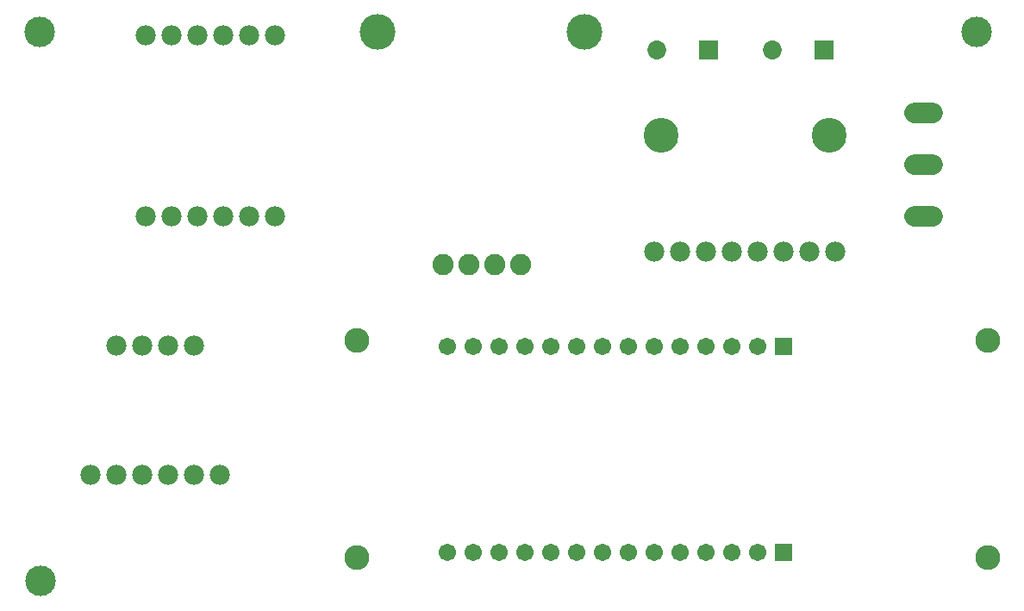
<source format=gbr>
G04 EAGLE Gerber RS-274X export*
G75*
%MOMM*%
%FSLAX34Y34*%
%LPD*%
%INSoldermask Top*%
%IPPOS*%
%AMOC8*
5,1,8,0,0,1.08239X$1,22.5*%
G01*
%ADD10C,2.082800*%
%ADD11C,1.981200*%
%ADD12C,2.453200*%
%ADD13R,1.711200X1.711200*%
%ADD14C,1.711200*%
%ADD15R,1.853200X1.853200*%
%ADD16C,1.853200*%
%ADD17C,1.993900*%
%ADD18C,3.003200*%
%ADD19C,3.419200*%
%ADD20C,3.505200*%


D10*
X660920Y401450D03*
X686320Y401450D03*
X711720Y401450D03*
X737120Y401450D03*
D11*
X369300Y626240D03*
X394700Y626240D03*
X420100Y626240D03*
X445500Y626240D03*
X470900Y626240D03*
X496300Y626240D03*
X369300Y448440D03*
X394700Y448440D03*
X420100Y448440D03*
X445500Y448440D03*
X470900Y448440D03*
X496300Y448440D03*
D12*
X1195930Y326540D03*
X1195930Y113140D03*
X576130Y113140D03*
X576130Y326540D03*
D13*
X995504Y321186D03*
D14*
X970104Y321186D03*
X944704Y321186D03*
X919304Y321186D03*
X893904Y321186D03*
X868504Y321186D03*
X843104Y321186D03*
X817704Y321186D03*
X792304Y321186D03*
X766904Y321186D03*
X741504Y321186D03*
X716104Y321186D03*
X690704Y321186D03*
X665304Y321186D03*
D13*
X995504Y118494D03*
D14*
X970104Y118494D03*
X944704Y118494D03*
X919304Y118494D03*
X893904Y118494D03*
X868504Y118494D03*
X843104Y118494D03*
X817704Y118494D03*
X792304Y118494D03*
X766904Y118494D03*
X741504Y118494D03*
X716104Y118494D03*
X690704Y118494D03*
X665304Y118494D03*
D15*
X922020Y612140D03*
D16*
X871220Y612140D03*
D17*
X1123887Y448310D02*
X1141794Y448310D01*
X1141794Y499110D02*
X1123887Y499110D01*
X1123887Y549910D02*
X1141794Y549910D01*
D15*
X1035050Y612140D03*
D16*
X984250Y612140D03*
D18*
X264960Y629760D03*
X1184890Y629840D03*
X265860Y90260D03*
D19*
X875030Y528000D03*
X1040130Y528000D03*
D11*
X868680Y413700D03*
X894080Y413700D03*
X919480Y413700D03*
X944880Y413700D03*
X970280Y413700D03*
X995680Y413700D03*
X1021080Y413700D03*
X1046480Y413700D03*
X314960Y194310D03*
X340360Y194310D03*
X365760Y194310D03*
X391160Y194310D03*
X416560Y194310D03*
X441960Y194310D03*
X340360Y321310D03*
X365760Y321310D03*
X391160Y321310D03*
X416560Y321310D03*
D20*
X596900Y629920D03*
X800100Y629920D03*
M02*

</source>
